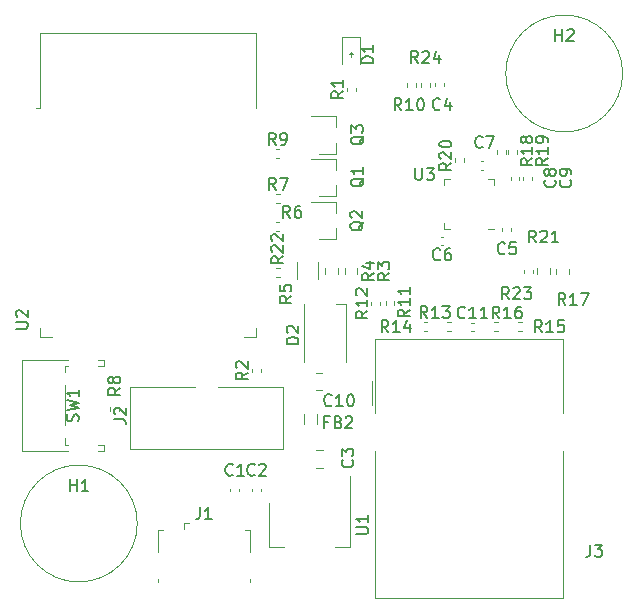
<source format=gbr>
G04 #@! TF.GenerationSoftware,KiCad,Pcbnew,(5.1.7)-1*
G04 #@! TF.CreationDate,2021-04-06T08:46:45-07:00*
G04 #@! TF.ProjectId,EsperDNS,45737065-7244-44e5-932e-6b696361645f,rev?*
G04 #@! TF.SameCoordinates,Original*
G04 #@! TF.FileFunction,Legend,Top*
G04 #@! TF.FilePolarity,Positive*
%FSLAX46Y46*%
G04 Gerber Fmt 4.6, Leading zero omitted, Abs format (unit mm)*
G04 Created by KiCad (PCBNEW (5.1.7)-1) date 2021-04-06 08:46:45*
%MOMM*%
%LPD*%
G01*
G04 APERTURE LIST*
%ADD10C,0.120000*%
%ADD11C,0.150000*%
G04 APERTURE END LIST*
D10*
X-15600000Y-19050000D02*
G75*
G03*
X-15600000Y-19050000I-4950000J0D01*
G01*
X25500000Y19050000D02*
G75*
G03*
X25500000Y19050000I-4950000J0D01*
G01*
X2350000Y20700000D02*
X2500000Y20850000D01*
X2650000Y20700000D02*
X2350000Y20700000D01*
X2500000Y20850000D02*
X2650000Y20700000D01*
X2500000Y20450000D02*
X2500000Y20850000D01*
X-3300000Y-12700000D02*
X-16200000Y-12700000D01*
X-3300000Y-7500000D02*
X-3300000Y-12700000D01*
X-8800000Y-7500000D02*
X-3300000Y-7500000D01*
X-16200000Y-12700000D02*
X-16200000Y-7500000D01*
X-16200000Y-7500000D02*
X-10700000Y-7500000D01*
X-11650000Y-19037500D02*
X-11650000Y-19487500D01*
X-11650000Y-19037500D02*
X-11200000Y-19037500D01*
X-6050000Y-19587500D02*
X-6500000Y-19587500D01*
X-6050000Y-21437500D02*
X-6050000Y-19587500D01*
X-13850000Y-23987500D02*
X-13850000Y-23737500D01*
X-6050000Y-23987500D02*
X-6050000Y-23737500D01*
X-13850000Y-21437500D02*
X-13850000Y-19587500D01*
X-13850000Y-19587500D02*
X-13400000Y-19587500D01*
X-461252Y-6265000D02*
X61252Y-6265000D01*
X-461252Y-7735000D02*
X61252Y-7735000D01*
X-436252Y-12865000D02*
X86252Y-12865000D01*
X-436252Y-14335000D02*
X86252Y-14335000D01*
X18277500Y2072742D02*
X18277500Y2547258D01*
X19322500Y2072742D02*
X19322500Y2547258D01*
X20922500Y2537258D02*
X20922500Y2062742D01*
X19877500Y2537258D02*
X19877500Y2062742D01*
X-340000Y-9800378D02*
X-340000Y-10599622D01*
X-1460000Y-9800378D02*
X-1460000Y-10599622D01*
X-3546359Y1820000D02*
X-3853641Y1820000D01*
X-3546359Y2580000D02*
X-3853641Y2580000D01*
X14135000Y5890000D02*
X14610000Y5890000D01*
X10390000Y10110000D02*
X10390000Y9635000D01*
X10865000Y10110000D02*
X10390000Y10110000D01*
X14610000Y10110000D02*
X14610000Y9635000D01*
X14135000Y10110000D02*
X14610000Y10110000D01*
X10390000Y5890000D02*
X10390000Y6365000D01*
X10865000Y5890000D02*
X10390000Y5890000D01*
X-23820000Y16090000D02*
X-24200000Y16090000D01*
X-23820000Y22510000D02*
X-23820000Y16090000D01*
X-5580000Y22510000D02*
X-5580000Y16090000D01*
X-23820000Y22510000D02*
X-5580000Y22510000D01*
X-5580000Y-3235000D02*
X-6580000Y-3235000D01*
X-5580000Y-2455000D02*
X-5580000Y-3235000D01*
X-23820000Y-3235000D02*
X-22820000Y-3235000D01*
X-23820000Y-2455000D02*
X-23820000Y-3235000D01*
X2410000Y-15050000D02*
X2410000Y-21060000D01*
X-4410000Y-17300000D02*
X-4410000Y-21060000D01*
X2410000Y-21060000D02*
X1150000Y-21060000D01*
X-4410000Y-21060000D02*
X-3150000Y-21060000D01*
X-21730000Y-10750000D02*
X-21730000Y-7350000D01*
X-21730000Y-12390000D02*
X-21730000Y-11850000D01*
X-18900000Y-5190000D02*
X-18390000Y-5190000D01*
X-18390000Y-5710000D02*
X-18390000Y-5190000D01*
X-18900000Y-5710000D02*
X-18390000Y-5710000D01*
X-21730000Y-6250000D02*
X-21730000Y-5710000D01*
X-18900000Y-12910000D02*
X-18390000Y-12910000D01*
X-18900000Y-12390000D02*
X-18390000Y-12390000D01*
X-21730000Y-5710000D02*
X-21500000Y-5710000D01*
X-25400000Y-12910000D02*
X-21500000Y-12910000D01*
X-18390000Y-12910000D02*
X-18390000Y-12390000D01*
X-25400000Y-5190000D02*
X-21500000Y-5190000D01*
X-25400000Y-12910000D02*
X-25400000Y-5190000D01*
X-21730000Y-12390000D02*
X-21500000Y-12390000D01*
X9180000Y17946359D02*
X9180000Y18253641D01*
X8420000Y17946359D02*
X8420000Y18253641D01*
X17120000Y2453641D02*
X17120000Y2146359D01*
X17880000Y2453641D02*
X17880000Y2146359D01*
X12080000Y11556359D02*
X12080000Y11863641D01*
X11320000Y11556359D02*
X11320000Y11863641D01*
X16580000Y12256359D02*
X16580000Y12563641D01*
X15820000Y12256359D02*
X15820000Y12563641D01*
X15580000Y12256359D02*
X15580000Y12563641D01*
X14820000Y12256359D02*
X14820000Y12563641D01*
X14636359Y-2780000D02*
X14943641Y-2780000D01*
X14636359Y-2020000D02*
X14943641Y-2020000D01*
X16963641Y-2020000D02*
X16656359Y-2020000D01*
X16963641Y-2780000D02*
X16656359Y-2780000D01*
X8636359Y-2780000D02*
X8943641Y-2780000D01*
X8636359Y-2020000D02*
X8943641Y-2020000D01*
X10963641Y-2020000D02*
X10656359Y-2020000D01*
X10963641Y-2780000D02*
X10656359Y-2780000D01*
X4980000Y-563641D02*
X4980000Y-256359D01*
X4220000Y-563641D02*
X4220000Y-256359D01*
X6180000Y-553641D02*
X6180000Y-246359D01*
X5420000Y-553641D02*
X5420000Y-246359D01*
X7220000Y18243641D02*
X7220000Y17936359D01*
X7980000Y18243641D02*
X7980000Y17936359D01*
X-3863641Y11920000D02*
X-3556359Y11920000D01*
X-3863641Y12680000D02*
X-3556359Y12680000D01*
X-17120000Y-9503641D02*
X-17120000Y-9196359D01*
X-17880000Y-9503641D02*
X-17880000Y-9196359D01*
X-3853641Y8120000D02*
X-3546359Y8120000D01*
X-3853641Y8880000D02*
X-3546359Y8880000D01*
X-3863641Y5720000D02*
X-3556359Y5720000D01*
X-3863641Y6480000D02*
X-3556359Y6480000D01*
X-290000Y1660436D02*
X-290000Y3114564D01*
X-2110000Y1660436D02*
X-2110000Y3114564D01*
X1372500Y2087742D02*
X1372500Y2562258D01*
X327500Y2087742D02*
X327500Y2562258D01*
X3022500Y2087742D02*
X3022500Y2562258D01*
X1977500Y2087742D02*
X1977500Y2562258D01*
X-5120000Y-6243641D02*
X-5120000Y-5936359D01*
X-5880000Y-6243641D02*
X-5880000Y-5936359D01*
X2930000Y17556359D02*
X2930000Y17863641D01*
X2170000Y17556359D02*
X2170000Y17863641D01*
X1260000Y12270000D02*
X-200000Y12270000D01*
X1260000Y15430000D02*
X-900000Y15430000D01*
X1260000Y15430000D02*
X1260000Y14500000D01*
X1260000Y12270000D02*
X1260000Y13200000D01*
X1260000Y5020000D02*
X-200000Y5020000D01*
X1260000Y8180000D02*
X-900000Y8180000D01*
X1260000Y8180000D02*
X1260000Y7250000D01*
X1260000Y5020000D02*
X1260000Y5950000D01*
X1260000Y8670000D02*
X-200000Y8670000D01*
X1260000Y11830000D02*
X-900000Y11830000D01*
X1260000Y11830000D02*
X1260000Y10900000D01*
X1260000Y8670000D02*
X1260000Y9600000D01*
X4290000Y-7000000D02*
X4290000Y-9000000D01*
X4490000Y-25330000D02*
X4490000Y-12890000D01*
X20440000Y-25330000D02*
X4490000Y-25330000D01*
X20440000Y-12890000D02*
X20440000Y-25330000D01*
X20440000Y-3410000D02*
X20440000Y-9690000D01*
X4490000Y-3410000D02*
X20440000Y-3410000D01*
X4490000Y-9690000D02*
X4490000Y-3410000D01*
X2100000Y-5350000D02*
X2100000Y-450000D01*
X-1500000Y-450000D02*
X-1500000Y-5350000D01*
X2100000Y-450000D02*
X1200000Y-450000D01*
X1765000Y22147500D02*
X1765000Y19862500D01*
X3235000Y22147500D02*
X1765000Y22147500D01*
X3235000Y19862500D02*
X3235000Y22147500D01*
X12672164Y-2760000D02*
X12887836Y-2760000D01*
X12672164Y-2040000D02*
X12887836Y-2040000D01*
X17810000Y10072164D02*
X17810000Y10287836D01*
X17090000Y10072164D02*
X17090000Y10287836D01*
X16760000Y10072164D02*
X16760000Y10287836D01*
X16040000Y10072164D02*
X16040000Y10287836D01*
X13492164Y10890000D02*
X13707836Y10890000D01*
X13492164Y11610000D02*
X13707836Y11610000D01*
X10327836Y5210000D02*
X10112164Y5210000D01*
X10327836Y4490000D02*
X10112164Y4490000D01*
X15290000Y5957836D02*
X15290000Y5742164D01*
X16010000Y5957836D02*
X16010000Y5742164D01*
X10360000Y17992164D02*
X10360000Y18207836D01*
X9640000Y17992164D02*
X9640000Y18207836D01*
X-5860000Y-16092164D02*
X-5860000Y-16307836D01*
X-5140000Y-16092164D02*
X-5140000Y-16307836D01*
X-7710000Y-16112164D02*
X-7710000Y-16327836D01*
X-6990000Y-16112164D02*
X-6990000Y-16327836D01*
D11*
X-17547619Y-10233333D02*
X-16833333Y-10233333D01*
X-16690476Y-10280952D01*
X-16595238Y-10376190D01*
X-16547619Y-10519047D01*
X-16547619Y-10614285D01*
X-17452380Y-9804761D02*
X-17500000Y-9757142D01*
X-17547619Y-9661904D01*
X-17547619Y-9423809D01*
X-17500000Y-9328571D01*
X-17452380Y-9280952D01*
X-17357142Y-9233333D01*
X-17261904Y-9233333D01*
X-17119047Y-9280952D01*
X-16547619Y-9852380D01*
X-16547619Y-9233333D01*
X-10283333Y-17689880D02*
X-10283333Y-18404166D01*
X-10330952Y-18547023D01*
X-10426190Y-18642261D01*
X-10569047Y-18689880D01*
X-10664285Y-18689880D01*
X-9283333Y-18689880D02*
X-9854761Y-18689880D01*
X-9569047Y-18689880D02*
X-9569047Y-17689880D01*
X-9664285Y-17832738D01*
X-9759523Y-17927976D01*
X-9854761Y-17975595D01*
X847142Y-9017142D02*
X799523Y-9064761D01*
X656666Y-9112380D01*
X561428Y-9112380D01*
X418571Y-9064761D01*
X323333Y-8969523D01*
X275714Y-8874285D01*
X228095Y-8683809D01*
X228095Y-8540952D01*
X275714Y-8350476D01*
X323333Y-8255238D01*
X418571Y-8160000D01*
X561428Y-8112380D01*
X656666Y-8112380D01*
X799523Y-8160000D01*
X847142Y-8207619D01*
X1799523Y-9112380D02*
X1228095Y-9112380D01*
X1513809Y-9112380D02*
X1513809Y-8112380D01*
X1418571Y-8255238D01*
X1323333Y-8350476D01*
X1228095Y-8398095D01*
X2418571Y-8112380D02*
X2513809Y-8112380D01*
X2609047Y-8160000D01*
X2656666Y-8207619D01*
X2704285Y-8302857D01*
X2751904Y-8493333D01*
X2751904Y-8731428D01*
X2704285Y-8921904D01*
X2656666Y-9017142D01*
X2609047Y-9064761D01*
X2513809Y-9112380D01*
X2418571Y-9112380D01*
X2323333Y-9064761D01*
X2275714Y-9017142D01*
X2228095Y-8921904D01*
X2180476Y-8731428D01*
X2180476Y-8493333D01*
X2228095Y-8302857D01*
X2275714Y-8207619D01*
X2323333Y-8160000D01*
X2418571Y-8112380D01*
X2607142Y-13656666D02*
X2654761Y-13704285D01*
X2702380Y-13847142D01*
X2702380Y-13942380D01*
X2654761Y-14085238D01*
X2559523Y-14180476D01*
X2464285Y-14228095D01*
X2273809Y-14275714D01*
X2130952Y-14275714D01*
X1940476Y-14228095D01*
X1845238Y-14180476D01*
X1750000Y-14085238D01*
X1702380Y-13942380D01*
X1702380Y-13847142D01*
X1750000Y-13704285D01*
X1797619Y-13656666D01*
X1702380Y-13323333D02*
X1702380Y-12704285D01*
X2083333Y-13037619D01*
X2083333Y-12894761D01*
X2130952Y-12799523D01*
X2178571Y-12751904D01*
X2273809Y-12704285D01*
X2511904Y-12704285D01*
X2607142Y-12751904D01*
X2654761Y-12799523D01*
X2702380Y-12894761D01*
X2702380Y-13180476D01*
X2654761Y-13275714D01*
X2607142Y-13323333D01*
X18157142Y4747619D02*
X17823809Y5223809D01*
X17585714Y4747619D02*
X17585714Y5747619D01*
X17966666Y5747619D01*
X18061904Y5700000D01*
X18109523Y5652380D01*
X18157142Y5557142D01*
X18157142Y5414285D01*
X18109523Y5319047D01*
X18061904Y5271428D01*
X17966666Y5223809D01*
X17585714Y5223809D01*
X18538095Y5652380D02*
X18585714Y5700000D01*
X18680952Y5747619D01*
X18919047Y5747619D01*
X19014285Y5700000D01*
X19061904Y5652380D01*
X19109523Y5557142D01*
X19109523Y5461904D01*
X19061904Y5319047D01*
X18490476Y4747619D01*
X19109523Y4747619D01*
X20061904Y4747619D02*
X19490476Y4747619D01*
X19776190Y4747619D02*
X19776190Y5747619D01*
X19680952Y5604761D01*
X19585714Y5509523D01*
X19490476Y5461904D01*
X20657142Y-552380D02*
X20323809Y-76190D01*
X20085714Y-552380D02*
X20085714Y447619D01*
X20466666Y447619D01*
X20561904Y400000D01*
X20609523Y352380D01*
X20657142Y257142D01*
X20657142Y114285D01*
X20609523Y19047D01*
X20561904Y-28571D01*
X20466666Y-76190D01*
X20085714Y-76190D01*
X21609523Y-552380D02*
X21038095Y-552380D01*
X21323809Y-552380D02*
X21323809Y447619D01*
X21228571Y304761D01*
X21133333Y209523D01*
X21038095Y161904D01*
X21942857Y447619D02*
X22609523Y447619D01*
X22180952Y-552380D01*
X576666Y-10458571D02*
X243333Y-10458571D01*
X243333Y-10982380D02*
X243333Y-9982380D01*
X719523Y-9982380D01*
X1433809Y-10458571D02*
X1576666Y-10506190D01*
X1624285Y-10553809D01*
X1671904Y-10649047D01*
X1671904Y-10791904D01*
X1624285Y-10887142D01*
X1576666Y-10934761D01*
X1481428Y-10982380D01*
X1100476Y-10982380D01*
X1100476Y-9982380D01*
X1433809Y-9982380D01*
X1529047Y-10030000D01*
X1576666Y-10077619D01*
X1624285Y-10172857D01*
X1624285Y-10268095D01*
X1576666Y-10363333D01*
X1529047Y-10410952D01*
X1433809Y-10458571D01*
X1100476Y-10458571D01*
X2052857Y-10077619D02*
X2100476Y-10030000D01*
X2195714Y-9982380D01*
X2433809Y-9982380D01*
X2529047Y-10030000D01*
X2576666Y-10077619D01*
X2624285Y-10172857D01*
X2624285Y-10268095D01*
X2576666Y-10410952D01*
X2005238Y-10982380D01*
X2624285Y-10982380D01*
X-3247619Y3557142D02*
X-3723809Y3223809D01*
X-3247619Y2985714D02*
X-4247619Y2985714D01*
X-4247619Y3366666D01*
X-4200000Y3461904D01*
X-4152380Y3509523D01*
X-4057142Y3557142D01*
X-3914285Y3557142D01*
X-3819047Y3509523D01*
X-3771428Y3461904D01*
X-3723809Y3366666D01*
X-3723809Y2985714D01*
X-4152380Y3938095D02*
X-4200000Y3985714D01*
X-4247619Y4080952D01*
X-4247619Y4319047D01*
X-4200000Y4414285D01*
X-4152380Y4461904D01*
X-4057142Y4509523D01*
X-3961904Y4509523D01*
X-3819047Y4461904D01*
X-3247619Y3890476D01*
X-3247619Y4509523D01*
X-4152380Y4890476D02*
X-4200000Y4938095D01*
X-4247619Y5033333D01*
X-4247619Y5271428D01*
X-4200000Y5366666D01*
X-4152380Y5414285D01*
X-4057142Y5461904D01*
X-3961904Y5461904D01*
X-3819047Y5414285D01*
X-3247619Y4842857D01*
X-3247619Y5461904D01*
X7938095Y11047619D02*
X7938095Y10238095D01*
X7985714Y10142857D01*
X8033333Y10095238D01*
X8128571Y10047619D01*
X8319047Y10047619D01*
X8414285Y10095238D01*
X8461904Y10142857D01*
X8509523Y10238095D01*
X8509523Y11047619D01*
X8890476Y11047619D02*
X9509523Y11047619D01*
X9176190Y10666666D01*
X9319047Y10666666D01*
X9414285Y10619047D01*
X9461904Y10571428D01*
X9509523Y10476190D01*
X9509523Y10238095D01*
X9461904Y10142857D01*
X9414285Y10095238D01*
X9319047Y10047619D01*
X9033333Y10047619D01*
X8938095Y10095238D01*
X8890476Y10142857D01*
X-25857619Y-2546904D02*
X-25048095Y-2546904D01*
X-24952857Y-2499285D01*
X-24905238Y-2451666D01*
X-24857619Y-2356428D01*
X-24857619Y-2165952D01*
X-24905238Y-2070714D01*
X-24952857Y-2023095D01*
X-25048095Y-1975476D01*
X-25857619Y-1975476D01*
X-25762380Y-1546904D02*
X-25810000Y-1499285D01*
X-25857619Y-1404047D01*
X-25857619Y-1165952D01*
X-25810000Y-1070714D01*
X-25762380Y-1023095D01*
X-25667142Y-975476D01*
X-25571904Y-975476D01*
X-25429047Y-1023095D01*
X-24857619Y-1594523D01*
X-24857619Y-975476D01*
X2952380Y-19911904D02*
X3761904Y-19911904D01*
X3857142Y-19864285D01*
X3904761Y-19816666D01*
X3952380Y-19721428D01*
X3952380Y-19530952D01*
X3904761Y-19435714D01*
X3857142Y-19388095D01*
X3761904Y-19340476D01*
X2952380Y-19340476D01*
X3952380Y-18340476D02*
X3952380Y-18911904D01*
X3952380Y-18626190D02*
X2952380Y-18626190D01*
X3095238Y-18721428D01*
X3190476Y-18816666D01*
X3238095Y-18911904D01*
X-20615238Y-10383333D02*
X-20567619Y-10240476D01*
X-20567619Y-10002380D01*
X-20615238Y-9907142D01*
X-20662857Y-9859523D01*
X-20758095Y-9811904D01*
X-20853333Y-9811904D01*
X-20948571Y-9859523D01*
X-20996190Y-9907142D01*
X-21043809Y-10002380D01*
X-21091428Y-10192857D01*
X-21139047Y-10288095D01*
X-21186666Y-10335714D01*
X-21281904Y-10383333D01*
X-21377142Y-10383333D01*
X-21472380Y-10335714D01*
X-21520000Y-10288095D01*
X-21567619Y-10192857D01*
X-21567619Y-9954761D01*
X-21520000Y-9811904D01*
X-21567619Y-9478571D02*
X-20567619Y-9240476D01*
X-21281904Y-9050000D01*
X-20567619Y-8859523D01*
X-21567619Y-8621428D01*
X-20567619Y-7716666D02*
X-20567619Y-8288095D01*
X-20567619Y-8002380D02*
X-21567619Y-8002380D01*
X-21424761Y-8097619D01*
X-21329523Y-8192857D01*
X-21281904Y-8288095D01*
X8157142Y19947619D02*
X7823809Y20423809D01*
X7585714Y19947619D02*
X7585714Y20947619D01*
X7966666Y20947619D01*
X8061904Y20900000D01*
X8109523Y20852380D01*
X8157142Y20757142D01*
X8157142Y20614285D01*
X8109523Y20519047D01*
X8061904Y20471428D01*
X7966666Y20423809D01*
X7585714Y20423809D01*
X8538095Y20852380D02*
X8585714Y20900000D01*
X8680952Y20947619D01*
X8919047Y20947619D01*
X9014285Y20900000D01*
X9061904Y20852380D01*
X9109523Y20757142D01*
X9109523Y20661904D01*
X9061904Y20519047D01*
X8490476Y19947619D01*
X9109523Y19947619D01*
X9966666Y20614285D02*
X9966666Y19947619D01*
X9728571Y20995238D02*
X9490476Y20280952D01*
X10109523Y20280952D01*
X15857142Y-52380D02*
X15523809Y423809D01*
X15285714Y-52380D02*
X15285714Y947619D01*
X15666666Y947619D01*
X15761904Y900000D01*
X15809523Y852380D01*
X15857142Y757142D01*
X15857142Y614285D01*
X15809523Y519047D01*
X15761904Y471428D01*
X15666666Y423809D01*
X15285714Y423809D01*
X16238095Y852380D02*
X16285714Y900000D01*
X16380952Y947619D01*
X16619047Y947619D01*
X16714285Y900000D01*
X16761904Y852380D01*
X16809523Y757142D01*
X16809523Y661904D01*
X16761904Y519047D01*
X16190476Y-52380D01*
X16809523Y-52380D01*
X17142857Y947619D02*
X17761904Y947619D01*
X17428571Y566666D01*
X17571428Y566666D01*
X17666666Y519047D01*
X17714285Y471428D01*
X17761904Y376190D01*
X17761904Y138095D01*
X17714285Y42857D01*
X17666666Y-4761D01*
X17571428Y-52380D01*
X17285714Y-52380D01*
X17190476Y-4761D01*
X17142857Y42857D01*
X10982380Y11457142D02*
X10506190Y11123809D01*
X10982380Y10885714D02*
X9982380Y10885714D01*
X9982380Y11266666D01*
X10030000Y11361904D01*
X10077619Y11409523D01*
X10172857Y11457142D01*
X10315714Y11457142D01*
X10410952Y11409523D01*
X10458571Y11361904D01*
X10506190Y11266666D01*
X10506190Y10885714D01*
X10077619Y11838095D02*
X10030000Y11885714D01*
X9982380Y11980952D01*
X9982380Y12219047D01*
X10030000Y12314285D01*
X10077619Y12361904D01*
X10172857Y12409523D01*
X10268095Y12409523D01*
X10410952Y12361904D01*
X10982380Y11790476D01*
X10982380Y12409523D01*
X9982380Y13028571D02*
X9982380Y13123809D01*
X10030000Y13219047D01*
X10077619Y13266666D01*
X10172857Y13314285D01*
X10363333Y13361904D01*
X10601428Y13361904D01*
X10791904Y13314285D01*
X10887142Y13266666D01*
X10934761Y13219047D01*
X10982380Y13123809D01*
X10982380Y13028571D01*
X10934761Y12933333D01*
X10887142Y12885714D01*
X10791904Y12838095D01*
X10601428Y12790476D01*
X10363333Y12790476D01*
X10172857Y12838095D01*
X10077619Y12885714D01*
X10030000Y12933333D01*
X9982380Y13028571D01*
X19152380Y11857142D02*
X18676190Y11523809D01*
X19152380Y11285714D02*
X18152380Y11285714D01*
X18152380Y11666666D01*
X18200000Y11761904D01*
X18247619Y11809523D01*
X18342857Y11857142D01*
X18485714Y11857142D01*
X18580952Y11809523D01*
X18628571Y11761904D01*
X18676190Y11666666D01*
X18676190Y11285714D01*
X19152380Y12809523D02*
X19152380Y12238095D01*
X19152380Y12523809D02*
X18152380Y12523809D01*
X18295238Y12428571D01*
X18390476Y12333333D01*
X18438095Y12238095D01*
X19152380Y13285714D02*
X19152380Y13476190D01*
X19104761Y13571428D01*
X19057142Y13619047D01*
X18914285Y13714285D01*
X18723809Y13761904D01*
X18342857Y13761904D01*
X18247619Y13714285D01*
X18200000Y13666666D01*
X18152380Y13571428D01*
X18152380Y13380952D01*
X18200000Y13285714D01*
X18247619Y13238095D01*
X18342857Y13190476D01*
X18580952Y13190476D01*
X18676190Y13238095D01*
X18723809Y13285714D01*
X18771428Y13380952D01*
X18771428Y13571428D01*
X18723809Y13666666D01*
X18676190Y13714285D01*
X18580952Y13761904D01*
X17852380Y11857142D02*
X17376190Y11523809D01*
X17852380Y11285714D02*
X16852380Y11285714D01*
X16852380Y11666666D01*
X16900000Y11761904D01*
X16947619Y11809523D01*
X17042857Y11857142D01*
X17185714Y11857142D01*
X17280952Y11809523D01*
X17328571Y11761904D01*
X17376190Y11666666D01*
X17376190Y11285714D01*
X17852380Y12809523D02*
X17852380Y12238095D01*
X17852380Y12523809D02*
X16852380Y12523809D01*
X16995238Y12428571D01*
X17090476Y12333333D01*
X17138095Y12238095D01*
X17280952Y13380952D02*
X17233333Y13285714D01*
X17185714Y13238095D01*
X17090476Y13190476D01*
X17042857Y13190476D01*
X16947619Y13238095D01*
X16900000Y13285714D01*
X16852380Y13380952D01*
X16852380Y13571428D01*
X16900000Y13666666D01*
X16947619Y13714285D01*
X17042857Y13761904D01*
X17090476Y13761904D01*
X17185714Y13714285D01*
X17233333Y13666666D01*
X17280952Y13571428D01*
X17280952Y13380952D01*
X17328571Y13285714D01*
X17376190Y13238095D01*
X17471428Y13190476D01*
X17661904Y13190476D01*
X17757142Y13238095D01*
X17804761Y13285714D01*
X17852380Y13380952D01*
X17852380Y13571428D01*
X17804761Y13666666D01*
X17757142Y13714285D01*
X17661904Y13761904D01*
X17471428Y13761904D01*
X17376190Y13714285D01*
X17328571Y13666666D01*
X17280952Y13571428D01*
X15057142Y-1682380D02*
X14723809Y-1206190D01*
X14485714Y-1682380D02*
X14485714Y-682380D01*
X14866666Y-682380D01*
X14961904Y-730000D01*
X15009523Y-777619D01*
X15057142Y-872857D01*
X15057142Y-1015714D01*
X15009523Y-1110952D01*
X14961904Y-1158571D01*
X14866666Y-1206190D01*
X14485714Y-1206190D01*
X16009523Y-1682380D02*
X15438095Y-1682380D01*
X15723809Y-1682380D02*
X15723809Y-682380D01*
X15628571Y-825238D01*
X15533333Y-920476D01*
X15438095Y-968095D01*
X16866666Y-682380D02*
X16676190Y-682380D01*
X16580952Y-730000D01*
X16533333Y-777619D01*
X16438095Y-920476D01*
X16390476Y-1110952D01*
X16390476Y-1491904D01*
X16438095Y-1587142D01*
X16485714Y-1634761D01*
X16580952Y-1682380D01*
X16771428Y-1682380D01*
X16866666Y-1634761D01*
X16914285Y-1587142D01*
X16961904Y-1491904D01*
X16961904Y-1253809D01*
X16914285Y-1158571D01*
X16866666Y-1110952D01*
X16771428Y-1063333D01*
X16580952Y-1063333D01*
X16485714Y-1110952D01*
X16438095Y-1158571D01*
X16390476Y-1253809D01*
X18657142Y-2852380D02*
X18323809Y-2376190D01*
X18085714Y-2852380D02*
X18085714Y-1852380D01*
X18466666Y-1852380D01*
X18561904Y-1900000D01*
X18609523Y-1947619D01*
X18657142Y-2042857D01*
X18657142Y-2185714D01*
X18609523Y-2280952D01*
X18561904Y-2328571D01*
X18466666Y-2376190D01*
X18085714Y-2376190D01*
X19609523Y-2852380D02*
X19038095Y-2852380D01*
X19323809Y-2852380D02*
X19323809Y-1852380D01*
X19228571Y-1995238D01*
X19133333Y-2090476D01*
X19038095Y-2138095D01*
X20514285Y-1852380D02*
X20038095Y-1852380D01*
X19990476Y-2328571D01*
X20038095Y-2280952D01*
X20133333Y-2233333D01*
X20371428Y-2233333D01*
X20466666Y-2280952D01*
X20514285Y-2328571D01*
X20561904Y-2423809D01*
X20561904Y-2661904D01*
X20514285Y-2757142D01*
X20466666Y-2804761D01*
X20371428Y-2852380D01*
X20133333Y-2852380D01*
X20038095Y-2804761D01*
X19990476Y-2757142D01*
X5657142Y-2852380D02*
X5323809Y-2376190D01*
X5085714Y-2852380D02*
X5085714Y-1852380D01*
X5466666Y-1852380D01*
X5561904Y-1900000D01*
X5609523Y-1947619D01*
X5657142Y-2042857D01*
X5657142Y-2185714D01*
X5609523Y-2280952D01*
X5561904Y-2328571D01*
X5466666Y-2376190D01*
X5085714Y-2376190D01*
X6609523Y-2852380D02*
X6038095Y-2852380D01*
X6323809Y-2852380D02*
X6323809Y-1852380D01*
X6228571Y-1995238D01*
X6133333Y-2090476D01*
X6038095Y-2138095D01*
X7466666Y-2185714D02*
X7466666Y-2852380D01*
X7228571Y-1804761D02*
X6990476Y-2519047D01*
X7609523Y-2519047D01*
X8957142Y-1652380D02*
X8623809Y-1176190D01*
X8385714Y-1652380D02*
X8385714Y-652380D01*
X8766666Y-652380D01*
X8861904Y-700000D01*
X8909523Y-747619D01*
X8957142Y-842857D01*
X8957142Y-985714D01*
X8909523Y-1080952D01*
X8861904Y-1128571D01*
X8766666Y-1176190D01*
X8385714Y-1176190D01*
X9909523Y-1652380D02*
X9338095Y-1652380D01*
X9623809Y-1652380D02*
X9623809Y-652380D01*
X9528571Y-795238D01*
X9433333Y-890476D01*
X9338095Y-938095D01*
X10242857Y-652380D02*
X10861904Y-652380D01*
X10528571Y-1033333D01*
X10671428Y-1033333D01*
X10766666Y-1080952D01*
X10814285Y-1128571D01*
X10861904Y-1223809D01*
X10861904Y-1461904D01*
X10814285Y-1557142D01*
X10766666Y-1604761D01*
X10671428Y-1652380D01*
X10385714Y-1652380D01*
X10290476Y-1604761D01*
X10242857Y-1557142D01*
X3882380Y-1052857D02*
X3406190Y-1386190D01*
X3882380Y-1624285D02*
X2882380Y-1624285D01*
X2882380Y-1243333D01*
X2930000Y-1148095D01*
X2977619Y-1100476D01*
X3072857Y-1052857D01*
X3215714Y-1052857D01*
X3310952Y-1100476D01*
X3358571Y-1148095D01*
X3406190Y-1243333D01*
X3406190Y-1624285D01*
X3882380Y-100476D02*
X3882380Y-671904D01*
X3882380Y-386190D02*
X2882380Y-386190D01*
X3025238Y-481428D01*
X3120476Y-576666D01*
X3168095Y-671904D01*
X2977619Y280476D02*
X2930000Y328095D01*
X2882380Y423333D01*
X2882380Y661428D01*
X2930000Y756666D01*
X2977619Y804285D01*
X3072857Y851904D01*
X3168095Y851904D01*
X3310952Y804285D01*
X3882380Y232857D01*
X3882380Y851904D01*
X7452380Y-942857D02*
X6976190Y-1276190D01*
X7452380Y-1514285D02*
X6452380Y-1514285D01*
X6452380Y-1133333D01*
X6500000Y-1038095D01*
X6547619Y-990476D01*
X6642857Y-942857D01*
X6785714Y-942857D01*
X6880952Y-990476D01*
X6928571Y-1038095D01*
X6976190Y-1133333D01*
X6976190Y-1514285D01*
X7452380Y9523D02*
X7452380Y-561904D01*
X7452380Y-276190D02*
X6452380Y-276190D01*
X6595238Y-371428D01*
X6690476Y-466666D01*
X6738095Y-561904D01*
X7452380Y961904D02*
X7452380Y390476D01*
X7452380Y676190D02*
X6452380Y676190D01*
X6595238Y580952D01*
X6690476Y485714D01*
X6738095Y390476D01*
X6757142Y15947619D02*
X6423809Y16423809D01*
X6185714Y15947619D02*
X6185714Y16947619D01*
X6566666Y16947619D01*
X6661904Y16900000D01*
X6709523Y16852380D01*
X6757142Y16757142D01*
X6757142Y16614285D01*
X6709523Y16519047D01*
X6661904Y16471428D01*
X6566666Y16423809D01*
X6185714Y16423809D01*
X7709523Y15947619D02*
X7138095Y15947619D01*
X7423809Y15947619D02*
X7423809Y16947619D01*
X7328571Y16804761D01*
X7233333Y16709523D01*
X7138095Y16661904D01*
X8328571Y16947619D02*
X8423809Y16947619D01*
X8519047Y16900000D01*
X8566666Y16852380D01*
X8614285Y16757142D01*
X8661904Y16566666D01*
X8661904Y16328571D01*
X8614285Y16138095D01*
X8566666Y16042857D01*
X8519047Y15995238D01*
X8423809Y15947619D01*
X8328571Y15947619D01*
X8233333Y15995238D01*
X8185714Y16042857D01*
X8138095Y16138095D01*
X8090476Y16328571D01*
X8090476Y16566666D01*
X8138095Y16757142D01*
X8185714Y16852380D01*
X8233333Y16900000D01*
X8328571Y16947619D01*
X-3876666Y13017619D02*
X-4210000Y13493809D01*
X-4448095Y13017619D02*
X-4448095Y14017619D01*
X-4067142Y14017619D01*
X-3971904Y13970000D01*
X-3924285Y13922380D01*
X-3876666Y13827142D01*
X-3876666Y13684285D01*
X-3924285Y13589047D01*
X-3971904Y13541428D01*
X-4067142Y13493809D01*
X-4448095Y13493809D01*
X-3400476Y13017619D02*
X-3210000Y13017619D01*
X-3114761Y13065238D01*
X-3067142Y13112857D01*
X-2971904Y13255714D01*
X-2924285Y13446190D01*
X-2924285Y13827142D01*
X-2971904Y13922380D01*
X-3019523Y13970000D01*
X-3114761Y14017619D01*
X-3305238Y14017619D01*
X-3400476Y13970000D01*
X-3448095Y13922380D01*
X-3495714Y13827142D01*
X-3495714Y13589047D01*
X-3448095Y13493809D01*
X-3400476Y13446190D01*
X-3305238Y13398571D01*
X-3114761Y13398571D01*
X-3019523Y13446190D01*
X-2971904Y13493809D01*
X-2924285Y13589047D01*
X-17047619Y-7566666D02*
X-17523809Y-7900000D01*
X-17047619Y-8138095D02*
X-18047619Y-8138095D01*
X-18047619Y-7757142D01*
X-18000000Y-7661904D01*
X-17952380Y-7614285D01*
X-17857142Y-7566666D01*
X-17714285Y-7566666D01*
X-17619047Y-7614285D01*
X-17571428Y-7661904D01*
X-17523809Y-7757142D01*
X-17523809Y-8138095D01*
X-17619047Y-6995238D02*
X-17666666Y-7090476D01*
X-17714285Y-7138095D01*
X-17809523Y-7185714D01*
X-17857142Y-7185714D01*
X-17952380Y-7138095D01*
X-18000000Y-7090476D01*
X-18047619Y-6995238D01*
X-18047619Y-6804761D01*
X-18000000Y-6709523D01*
X-17952380Y-6661904D01*
X-17857142Y-6614285D01*
X-17809523Y-6614285D01*
X-17714285Y-6661904D01*
X-17666666Y-6709523D01*
X-17619047Y-6804761D01*
X-17619047Y-6995238D01*
X-17571428Y-7090476D01*
X-17523809Y-7138095D01*
X-17428571Y-7185714D01*
X-17238095Y-7185714D01*
X-17142857Y-7138095D01*
X-17095238Y-7090476D01*
X-17047619Y-6995238D01*
X-17047619Y-6804761D01*
X-17095238Y-6709523D01*
X-17142857Y-6661904D01*
X-17238095Y-6614285D01*
X-17428571Y-6614285D01*
X-17523809Y-6661904D01*
X-17571428Y-6709523D01*
X-17619047Y-6804761D01*
X-3866666Y9217619D02*
X-4200000Y9693809D01*
X-4438095Y9217619D02*
X-4438095Y10217619D01*
X-4057142Y10217619D01*
X-3961904Y10170000D01*
X-3914285Y10122380D01*
X-3866666Y10027142D01*
X-3866666Y9884285D01*
X-3914285Y9789047D01*
X-3961904Y9741428D01*
X-4057142Y9693809D01*
X-4438095Y9693809D01*
X-3533333Y10217619D02*
X-2866666Y10217619D01*
X-3295238Y9217619D01*
X-2666666Y6847619D02*
X-3000000Y7323809D01*
X-3238095Y6847619D02*
X-3238095Y7847619D01*
X-2857142Y7847619D01*
X-2761904Y7800000D01*
X-2714285Y7752380D01*
X-2666666Y7657142D01*
X-2666666Y7514285D01*
X-2714285Y7419047D01*
X-2761904Y7371428D01*
X-2857142Y7323809D01*
X-3238095Y7323809D01*
X-1809523Y7847619D02*
X-2000000Y7847619D01*
X-2095238Y7800000D01*
X-2142857Y7752380D01*
X-2238095Y7609523D01*
X-2285714Y7419047D01*
X-2285714Y7038095D01*
X-2238095Y6942857D01*
X-2190476Y6895238D01*
X-2095238Y6847619D01*
X-1904761Y6847619D01*
X-1809523Y6895238D01*
X-1761904Y6942857D01*
X-1714285Y7038095D01*
X-1714285Y7276190D01*
X-1761904Y7371428D01*
X-1809523Y7419047D01*
X-1904761Y7466666D01*
X-2095238Y7466666D01*
X-2190476Y7419047D01*
X-2238095Y7371428D01*
X-2285714Y7276190D01*
X-2547619Y233333D02*
X-3023809Y-100000D01*
X-2547619Y-338095D02*
X-3547619Y-338095D01*
X-3547619Y42857D01*
X-3500000Y138095D01*
X-3452380Y185714D01*
X-3357142Y233333D01*
X-3214285Y233333D01*
X-3119047Y185714D01*
X-3071428Y138095D01*
X-3023809Y42857D01*
X-3023809Y-338095D01*
X-3547619Y1138095D02*
X-3547619Y661904D01*
X-3071428Y614285D01*
X-3119047Y661904D01*
X-3166666Y757142D01*
X-3166666Y995238D01*
X-3119047Y1090476D01*
X-3071428Y1138095D01*
X-2976190Y1185714D01*
X-2738095Y1185714D01*
X-2642857Y1138095D01*
X-2595238Y1090476D01*
X-2547619Y995238D01*
X-2547619Y757142D01*
X-2595238Y661904D01*
X-2642857Y614285D01*
X4452380Y2158333D02*
X3976190Y1825000D01*
X4452380Y1586904D02*
X3452380Y1586904D01*
X3452380Y1967857D01*
X3500000Y2063095D01*
X3547619Y2110714D01*
X3642857Y2158333D01*
X3785714Y2158333D01*
X3880952Y2110714D01*
X3928571Y2063095D01*
X3976190Y1967857D01*
X3976190Y1586904D01*
X3785714Y3015476D02*
X4452380Y3015476D01*
X3404761Y2777380D02*
X4119047Y2539285D01*
X4119047Y3158333D01*
X5752380Y2158333D02*
X5276190Y1825000D01*
X5752380Y1586904D02*
X4752380Y1586904D01*
X4752380Y1967857D01*
X4800000Y2063095D01*
X4847619Y2110714D01*
X4942857Y2158333D01*
X5085714Y2158333D01*
X5180952Y2110714D01*
X5228571Y2063095D01*
X5276190Y1967857D01*
X5276190Y1586904D01*
X4752380Y2491666D02*
X4752380Y3110714D01*
X5133333Y2777380D01*
X5133333Y2920238D01*
X5180952Y3015476D01*
X5228571Y3063095D01*
X5323809Y3110714D01*
X5561904Y3110714D01*
X5657142Y3063095D01*
X5704761Y3015476D01*
X5752380Y2920238D01*
X5752380Y2634523D01*
X5704761Y2539285D01*
X5657142Y2491666D01*
X-6247619Y-6266666D02*
X-6723809Y-6600000D01*
X-6247619Y-6838095D02*
X-7247619Y-6838095D01*
X-7247619Y-6457142D01*
X-7200000Y-6361904D01*
X-7152380Y-6314285D01*
X-7057142Y-6266666D01*
X-6914285Y-6266666D01*
X-6819047Y-6314285D01*
X-6771428Y-6361904D01*
X-6723809Y-6457142D01*
X-6723809Y-6838095D01*
X-7152380Y-5885714D02*
X-7200000Y-5838095D01*
X-7247619Y-5742857D01*
X-7247619Y-5504761D01*
X-7200000Y-5409523D01*
X-7152380Y-5361904D01*
X-7057142Y-5314285D01*
X-6961904Y-5314285D01*
X-6819047Y-5361904D01*
X-6247619Y-5933333D01*
X-6247619Y-5314285D01*
X1832380Y17543333D02*
X1356190Y17210000D01*
X1832380Y16971904D02*
X832380Y16971904D01*
X832380Y17352857D01*
X880000Y17448095D01*
X927619Y17495714D01*
X1022857Y17543333D01*
X1165714Y17543333D01*
X1260952Y17495714D01*
X1308571Y17448095D01*
X1356190Y17352857D01*
X1356190Y16971904D01*
X1832380Y18495714D02*
X1832380Y17924285D01*
X1832380Y18210000D02*
X832380Y18210000D01*
X975238Y18114761D01*
X1070476Y18019523D01*
X1118095Y17924285D01*
X3597619Y13754761D02*
X3550000Y13659523D01*
X3454761Y13564285D01*
X3311904Y13421428D01*
X3264285Y13326190D01*
X3264285Y13230952D01*
X3502380Y13278571D02*
X3454761Y13183333D01*
X3359523Y13088095D01*
X3169047Y13040476D01*
X2835714Y13040476D01*
X2645238Y13088095D01*
X2550000Y13183333D01*
X2502380Y13278571D01*
X2502380Y13469047D01*
X2550000Y13564285D01*
X2645238Y13659523D01*
X2835714Y13707142D01*
X3169047Y13707142D01*
X3359523Y13659523D01*
X3454761Y13564285D01*
X3502380Y13469047D01*
X3502380Y13278571D01*
X2502380Y14040476D02*
X2502380Y14659523D01*
X2883333Y14326190D01*
X2883333Y14469047D01*
X2930952Y14564285D01*
X2978571Y14611904D01*
X3073809Y14659523D01*
X3311904Y14659523D01*
X3407142Y14611904D01*
X3454761Y14564285D01*
X3502380Y14469047D01*
X3502380Y14183333D01*
X3454761Y14088095D01*
X3407142Y14040476D01*
X3547619Y6504761D02*
X3500000Y6409523D01*
X3404761Y6314285D01*
X3261904Y6171428D01*
X3214285Y6076190D01*
X3214285Y5980952D01*
X3452380Y6028571D02*
X3404761Y5933333D01*
X3309523Y5838095D01*
X3119047Y5790476D01*
X2785714Y5790476D01*
X2595238Y5838095D01*
X2500000Y5933333D01*
X2452380Y6028571D01*
X2452380Y6219047D01*
X2500000Y6314285D01*
X2595238Y6409523D01*
X2785714Y6457142D01*
X3119047Y6457142D01*
X3309523Y6409523D01*
X3404761Y6314285D01*
X3452380Y6219047D01*
X3452380Y6028571D01*
X2547619Y6838095D02*
X2500000Y6885714D01*
X2452380Y6980952D01*
X2452380Y7219047D01*
X2500000Y7314285D01*
X2547619Y7361904D01*
X2642857Y7409523D01*
X2738095Y7409523D01*
X2880952Y7361904D01*
X3452380Y6790476D01*
X3452380Y7409523D01*
X3597619Y10204761D02*
X3550000Y10109523D01*
X3454761Y10014285D01*
X3311904Y9871428D01*
X3264285Y9776190D01*
X3264285Y9680952D01*
X3502380Y9728571D02*
X3454761Y9633333D01*
X3359523Y9538095D01*
X3169047Y9490476D01*
X2835714Y9490476D01*
X2645238Y9538095D01*
X2550000Y9633333D01*
X2502380Y9728571D01*
X2502380Y9919047D01*
X2550000Y10014285D01*
X2645238Y10109523D01*
X2835714Y10157142D01*
X3169047Y10157142D01*
X3359523Y10109523D01*
X3454761Y10014285D01*
X3502380Y9919047D01*
X3502380Y9728571D01*
X3502380Y11109523D02*
X3502380Y10538095D01*
X3502380Y10823809D02*
X2502380Y10823809D01*
X2645238Y10728571D01*
X2740476Y10633333D01*
X2788095Y10538095D01*
X22766666Y-20852380D02*
X22766666Y-21566666D01*
X22719047Y-21709523D01*
X22623809Y-21804761D01*
X22480952Y-21852380D01*
X22385714Y-21852380D01*
X23147619Y-20852380D02*
X23766666Y-20852380D01*
X23433333Y-21233333D01*
X23576190Y-21233333D01*
X23671428Y-21280952D01*
X23719047Y-21328571D01*
X23766666Y-21423809D01*
X23766666Y-21661904D01*
X23719047Y-21757142D01*
X23671428Y-21804761D01*
X23576190Y-21852380D01*
X23290476Y-21852380D01*
X23195238Y-21804761D01*
X23147619Y-21757142D01*
X19788095Y21797619D02*
X19788095Y22797619D01*
X19788095Y22321428D02*
X20359523Y22321428D01*
X20359523Y21797619D02*
X20359523Y22797619D01*
X20788095Y22702380D02*
X20835714Y22750000D01*
X20930952Y22797619D01*
X21169047Y22797619D01*
X21264285Y22750000D01*
X21311904Y22702380D01*
X21359523Y22607142D01*
X21359523Y22511904D01*
X21311904Y22369047D01*
X20740476Y21797619D01*
X21359523Y21797619D01*
X-21311904Y-16302380D02*
X-21311904Y-15302380D01*
X-21311904Y-15778571D02*
X-20740476Y-15778571D01*
X-20740476Y-16302380D02*
X-20740476Y-15302380D01*
X-19740476Y-16302380D02*
X-20311904Y-16302380D01*
X-20026190Y-16302380D02*
X-20026190Y-15302380D01*
X-20121428Y-15445238D01*
X-20216666Y-15540476D01*
X-20311904Y-15588095D01*
X-1947619Y-3838095D02*
X-2947619Y-3838095D01*
X-2947619Y-3600000D01*
X-2900000Y-3457142D01*
X-2804761Y-3361904D01*
X-2709523Y-3314285D01*
X-2519047Y-3266666D01*
X-2376190Y-3266666D01*
X-2185714Y-3314285D01*
X-2090476Y-3361904D01*
X-1995238Y-3457142D01*
X-1947619Y-3600000D01*
X-1947619Y-3838095D01*
X-2852380Y-2885714D02*
X-2900000Y-2838095D01*
X-2947619Y-2742857D01*
X-2947619Y-2504761D01*
X-2900000Y-2409523D01*
X-2852380Y-2361904D01*
X-2757142Y-2314285D01*
X-2661904Y-2314285D01*
X-2519047Y-2361904D01*
X-1947619Y-2933333D01*
X-1947619Y-2314285D01*
X4382380Y19924404D02*
X3382380Y19924404D01*
X3382380Y20162500D01*
X3430000Y20305357D01*
X3525238Y20400595D01*
X3620476Y20448214D01*
X3810952Y20495833D01*
X3953809Y20495833D01*
X4144285Y20448214D01*
X4239523Y20400595D01*
X4334761Y20305357D01*
X4382380Y20162500D01*
X4382380Y19924404D01*
X4382380Y21448214D02*
X4382380Y20876785D01*
X4382380Y21162500D02*
X3382380Y21162500D01*
X3525238Y21067261D01*
X3620476Y20972023D01*
X3668095Y20876785D01*
X12137142Y-1597142D02*
X12089523Y-1644761D01*
X11946666Y-1692380D01*
X11851428Y-1692380D01*
X11708571Y-1644761D01*
X11613333Y-1549523D01*
X11565714Y-1454285D01*
X11518095Y-1263809D01*
X11518095Y-1120952D01*
X11565714Y-930476D01*
X11613333Y-835238D01*
X11708571Y-740000D01*
X11851428Y-692380D01*
X11946666Y-692380D01*
X12089523Y-740000D01*
X12137142Y-787619D01*
X13089523Y-1692380D02*
X12518095Y-1692380D01*
X12803809Y-1692380D02*
X12803809Y-692380D01*
X12708571Y-835238D01*
X12613333Y-930476D01*
X12518095Y-978095D01*
X14041904Y-1692380D02*
X13470476Y-1692380D01*
X13756190Y-1692380D02*
X13756190Y-692380D01*
X13660952Y-835238D01*
X13565714Y-930476D01*
X13470476Y-978095D01*
X21057142Y10033333D02*
X21104761Y9985714D01*
X21152380Y9842857D01*
X21152380Y9747619D01*
X21104761Y9604761D01*
X21009523Y9509523D01*
X20914285Y9461904D01*
X20723809Y9414285D01*
X20580952Y9414285D01*
X20390476Y9461904D01*
X20295238Y9509523D01*
X20200000Y9604761D01*
X20152380Y9747619D01*
X20152380Y9842857D01*
X20200000Y9985714D01*
X20247619Y10033333D01*
X21152380Y10509523D02*
X21152380Y10700000D01*
X21104761Y10795238D01*
X21057142Y10842857D01*
X20914285Y10938095D01*
X20723809Y10985714D01*
X20342857Y10985714D01*
X20247619Y10938095D01*
X20200000Y10890476D01*
X20152380Y10795238D01*
X20152380Y10604761D01*
X20200000Y10509523D01*
X20247619Y10461904D01*
X20342857Y10414285D01*
X20580952Y10414285D01*
X20676190Y10461904D01*
X20723809Y10509523D01*
X20771428Y10604761D01*
X20771428Y10795238D01*
X20723809Y10890476D01*
X20676190Y10938095D01*
X20580952Y10985714D01*
X19757142Y10033333D02*
X19804761Y9985714D01*
X19852380Y9842857D01*
X19852380Y9747619D01*
X19804761Y9604761D01*
X19709523Y9509523D01*
X19614285Y9461904D01*
X19423809Y9414285D01*
X19280952Y9414285D01*
X19090476Y9461904D01*
X18995238Y9509523D01*
X18900000Y9604761D01*
X18852380Y9747619D01*
X18852380Y9842857D01*
X18900000Y9985714D01*
X18947619Y10033333D01*
X19280952Y10604761D02*
X19233333Y10509523D01*
X19185714Y10461904D01*
X19090476Y10414285D01*
X19042857Y10414285D01*
X18947619Y10461904D01*
X18900000Y10509523D01*
X18852380Y10604761D01*
X18852380Y10795238D01*
X18900000Y10890476D01*
X18947619Y10938095D01*
X19042857Y10985714D01*
X19090476Y10985714D01*
X19185714Y10938095D01*
X19233333Y10890476D01*
X19280952Y10795238D01*
X19280952Y10604761D01*
X19328571Y10509523D01*
X19376190Y10461904D01*
X19471428Y10414285D01*
X19661904Y10414285D01*
X19757142Y10461904D01*
X19804761Y10509523D01*
X19852380Y10604761D01*
X19852380Y10795238D01*
X19804761Y10890476D01*
X19757142Y10938095D01*
X19661904Y10985714D01*
X19471428Y10985714D01*
X19376190Y10938095D01*
X19328571Y10890476D01*
X19280952Y10795238D01*
X13633333Y12842857D02*
X13585714Y12795238D01*
X13442857Y12747619D01*
X13347619Y12747619D01*
X13204761Y12795238D01*
X13109523Y12890476D01*
X13061904Y12985714D01*
X13014285Y13176190D01*
X13014285Y13319047D01*
X13061904Y13509523D01*
X13109523Y13604761D01*
X13204761Y13700000D01*
X13347619Y13747619D01*
X13442857Y13747619D01*
X13585714Y13700000D01*
X13633333Y13652380D01*
X13966666Y13747619D02*
X14633333Y13747619D01*
X14204761Y12747619D01*
X10053333Y3332857D02*
X10005714Y3285238D01*
X9862857Y3237619D01*
X9767619Y3237619D01*
X9624761Y3285238D01*
X9529523Y3380476D01*
X9481904Y3475714D01*
X9434285Y3666190D01*
X9434285Y3809047D01*
X9481904Y3999523D01*
X9529523Y4094761D01*
X9624761Y4190000D01*
X9767619Y4237619D01*
X9862857Y4237619D01*
X10005714Y4190000D01*
X10053333Y4142380D01*
X10910476Y4237619D02*
X10720000Y4237619D01*
X10624761Y4190000D01*
X10577142Y4142380D01*
X10481904Y3999523D01*
X10434285Y3809047D01*
X10434285Y3428095D01*
X10481904Y3332857D01*
X10529523Y3285238D01*
X10624761Y3237619D01*
X10815238Y3237619D01*
X10910476Y3285238D01*
X10958095Y3332857D01*
X11005714Y3428095D01*
X11005714Y3666190D01*
X10958095Y3761428D01*
X10910476Y3809047D01*
X10815238Y3856666D01*
X10624761Y3856666D01*
X10529523Y3809047D01*
X10481904Y3761428D01*
X10434285Y3666190D01*
X15533333Y3842857D02*
X15485714Y3795238D01*
X15342857Y3747619D01*
X15247619Y3747619D01*
X15104761Y3795238D01*
X15009523Y3890476D01*
X14961904Y3985714D01*
X14914285Y4176190D01*
X14914285Y4319047D01*
X14961904Y4509523D01*
X15009523Y4604761D01*
X15104761Y4700000D01*
X15247619Y4747619D01*
X15342857Y4747619D01*
X15485714Y4700000D01*
X15533333Y4652380D01*
X16438095Y4747619D02*
X15961904Y4747619D01*
X15914285Y4271428D01*
X15961904Y4319047D01*
X16057142Y4366666D01*
X16295238Y4366666D01*
X16390476Y4319047D01*
X16438095Y4271428D01*
X16485714Y4176190D01*
X16485714Y3938095D01*
X16438095Y3842857D01*
X16390476Y3795238D01*
X16295238Y3747619D01*
X16057142Y3747619D01*
X15961904Y3795238D01*
X15914285Y3842857D01*
X10033333Y16042857D02*
X9985714Y15995238D01*
X9842857Y15947619D01*
X9747619Y15947619D01*
X9604761Y15995238D01*
X9509523Y16090476D01*
X9461904Y16185714D01*
X9414285Y16376190D01*
X9414285Y16519047D01*
X9461904Y16709523D01*
X9509523Y16804761D01*
X9604761Y16900000D01*
X9747619Y16947619D01*
X9842857Y16947619D01*
X9985714Y16900000D01*
X10033333Y16852380D01*
X10890476Y16614285D02*
X10890476Y15947619D01*
X10652380Y16995238D02*
X10414285Y16280952D01*
X11033333Y16280952D01*
X-5666666Y-14907142D02*
X-5714285Y-14954761D01*
X-5857142Y-15002380D01*
X-5952380Y-15002380D01*
X-6095238Y-14954761D01*
X-6190476Y-14859523D01*
X-6238095Y-14764285D01*
X-6285714Y-14573809D01*
X-6285714Y-14430952D01*
X-6238095Y-14240476D01*
X-6190476Y-14145238D01*
X-6095238Y-14050000D01*
X-5952380Y-14002380D01*
X-5857142Y-14002380D01*
X-5714285Y-14050000D01*
X-5666666Y-14097619D01*
X-5285714Y-14097619D02*
X-5238095Y-14050000D01*
X-5142857Y-14002380D01*
X-4904761Y-14002380D01*
X-4809523Y-14050000D01*
X-4761904Y-14097619D01*
X-4714285Y-14192857D01*
X-4714285Y-14288095D01*
X-4761904Y-14430952D01*
X-5333333Y-15002380D01*
X-4714285Y-15002380D01*
X-7516666Y-14907142D02*
X-7564285Y-14954761D01*
X-7707142Y-15002380D01*
X-7802380Y-15002380D01*
X-7945238Y-14954761D01*
X-8040476Y-14859523D01*
X-8088095Y-14764285D01*
X-8135714Y-14573809D01*
X-8135714Y-14430952D01*
X-8088095Y-14240476D01*
X-8040476Y-14145238D01*
X-7945238Y-14050000D01*
X-7802380Y-14002380D01*
X-7707142Y-14002380D01*
X-7564285Y-14050000D01*
X-7516666Y-14097619D01*
X-6564285Y-15002380D02*
X-7135714Y-15002380D01*
X-6850000Y-15002380D02*
X-6850000Y-14002380D01*
X-6945238Y-14145238D01*
X-7040476Y-14240476D01*
X-7135714Y-14288095D01*
M02*

</source>
